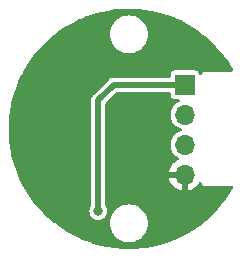
<source format=gbr>
%TF.GenerationSoftware,KiCad,Pcbnew,(6.0.0)*%
%TF.CreationDate,2022-03-17T14:10:59-06:00*%
%TF.ProjectId,sensor-co2,73656e73-6f72-42d6-936f-322e6b696361,rev?*%
%TF.SameCoordinates,Original*%
%TF.FileFunction,Copper,L2,Bot*%
%TF.FilePolarity,Positive*%
%FSLAX46Y46*%
G04 Gerber Fmt 4.6, Leading zero omitted, Abs format (unit mm)*
G04 Created by KiCad (PCBNEW (6.0.0)) date 2022-03-17 14:10:59*
%MOMM*%
%LPD*%
G01*
G04 APERTURE LIST*
%TA.AperFunction,ComponentPad*%
%ADD10R,1.700000X1.700000*%
%TD*%
%TA.AperFunction,ComponentPad*%
%ADD11O,1.700000X1.700000*%
%TD*%
%TA.AperFunction,ViaPad*%
%ADD12C,0.800000*%
%TD*%
%TA.AperFunction,Conductor*%
%ADD13C,0.500000*%
%TD*%
G04 APERTURE END LIST*
D10*
%TO.P,J2,1,Pin_1*%
%TO.N,+3V3*%
X145280000Y-82200000D03*
D11*
%TO.P,J2,2,Pin_2*%
%TO.N,/SDA*%
X145280000Y-84740000D03*
%TO.P,J2,3,Pin_3*%
%TO.N,/SCL*%
X145280000Y-87280000D03*
%TO.P,J2,4,Pin_4*%
%TO.N,GND*%
X145280000Y-89820000D03*
%TD*%
D12*
%TO.N,GND*%
X135790000Y-94300000D03*
X137960000Y-77520000D03*
X133520000Y-92460000D03*
%TO.N,+3V3*%
X137960000Y-92890000D03*
%TD*%
D13*
%TO.N,+3V3*%
X139280000Y-82200000D02*
X145280000Y-82200000D01*
X137960000Y-83520000D02*
X139280000Y-82200000D01*
X137960000Y-84550000D02*
X137960000Y-83520000D01*
X137960000Y-92890000D02*
X137960000Y-84550000D01*
%TD*%
%TA.AperFunction,Conductor*%
%TO.N,GND*%
G36*
X140655714Y-75772802D02*
G01*
X140945157Y-75785167D01*
X141278238Y-75799396D01*
X141286023Y-75799972D01*
X141487851Y-75821191D01*
X141905686Y-75865122D01*
X141913432Y-75866180D01*
X142527876Y-75969637D01*
X142535541Y-75971174D01*
X143142363Y-76112532D01*
X143149918Y-76114541D01*
X143746821Y-76293266D01*
X143754215Y-76295731D01*
X144338903Y-76511138D01*
X144346143Y-76514063D01*
X144629648Y-76638986D01*
X144916338Y-76765312D01*
X144923390Y-76768685D01*
X145476881Y-77054799D01*
X145483712Y-77058603D01*
X146018407Y-77378501D01*
X146024988Y-77382721D01*
X146538820Y-77735167D01*
X146545103Y-77739769D01*
X146850866Y-77978679D01*
X147036093Y-78123407D01*
X147042101Y-78128410D01*
X147508342Y-78541751D01*
X147514028Y-78547115D01*
X147953737Y-78988572D01*
X147959080Y-78994280D01*
X148291197Y-79371914D01*
X148370567Y-79462162D01*
X148375538Y-79468181D01*
X148609770Y-79770424D01*
X148757216Y-79960682D01*
X148761807Y-79967002D01*
X148981515Y-80290056D01*
X149112208Y-80482225D01*
X149116402Y-80488823D01*
X149360034Y-80899740D01*
X149377570Y-80968537D01*
X149355128Y-81035894D01*
X149299833Y-81080424D01*
X149251652Y-81090000D01*
X147060857Y-81090000D01*
X147049985Y-81089530D01*
X147041152Y-81088765D01*
X147012160Y-81086254D01*
X146998972Y-81089530D01*
X146973767Y-81095791D01*
X146964080Y-81097797D01*
X146957165Y-81098948D01*
X146935333Y-81102581D01*
X146935331Y-81102582D01*
X146925061Y-81104291D01*
X146915899Y-81109235D01*
X146912492Y-81110401D01*
X146909181Y-81111834D01*
X146899076Y-81114344D01*
X146865836Y-81135807D01*
X146857338Y-81140832D01*
X146831687Y-81154672D01*
X146831684Y-81154674D01*
X146822516Y-81159621D01*
X146815443Y-81167273D01*
X146812594Y-81169483D01*
X146809939Y-81171899D01*
X146801188Y-81177549D01*
X146794740Y-81185728D01*
X146776694Y-81208619D01*
X146770271Y-81216139D01*
X146743422Y-81245185D01*
X146739211Y-81254711D01*
X146737230Y-81257727D01*
X146735498Y-81260877D01*
X146729051Y-81269055D01*
X146725601Y-81278879D01*
X146725600Y-81278881D01*
X146718143Y-81300117D01*
X146676701Y-81357763D01*
X146610672Y-81383852D01*
X146541019Y-81370102D01*
X146489858Y-81320878D01*
X146474604Y-81276723D01*
X146471786Y-81257579D01*
X146471783Y-81257571D01*
X146470358Y-81247888D01*
X146439839Y-81185728D01*
X146423522Y-81152493D01*
X146423521Y-81152491D01*
X146418932Y-81143145D01*
X146361942Y-81086254D01*
X146343721Y-81068065D01*
X146343720Y-81068065D01*
X146336350Y-81060707D01*
X146231518Y-81009464D01*
X146201027Y-81005016D01*
X146167744Y-81000160D01*
X146167740Y-81000160D01*
X146163218Y-80999500D01*
X144396782Y-80999500D01*
X144392232Y-81000170D01*
X144392229Y-81000170D01*
X144337574Y-81008216D01*
X144337573Y-81008216D01*
X144327888Y-81009642D01*
X144290198Y-81028147D01*
X144232493Y-81056478D01*
X144232491Y-81056479D01*
X144223145Y-81061068D01*
X144140707Y-81143650D01*
X144136134Y-81153006D01*
X144136133Y-81153007D01*
X144127860Y-81169932D01*
X144089464Y-81248482D01*
X144079500Y-81316782D01*
X144079500Y-81473500D01*
X144059498Y-81541621D01*
X144005842Y-81588114D01*
X143953500Y-81599500D01*
X139327619Y-81599500D01*
X139311173Y-81598422D01*
X139288188Y-81595396D01*
X139280000Y-81594318D01*
X139240639Y-81599500D01*
X139123238Y-81614956D01*
X138977159Y-81675464D01*
X138851718Y-81771718D01*
X138846695Y-81778264D01*
X138832571Y-81796671D01*
X138821703Y-81809062D01*
X137569062Y-83061703D01*
X137556672Y-83072570D01*
X137531718Y-83091718D01*
X137526695Y-83098264D01*
X137492327Y-83143054D01*
X137485832Y-83151518D01*
X137435464Y-83217159D01*
X137374956Y-83363238D01*
X137354318Y-83520000D01*
X137356909Y-83539680D01*
X137358422Y-83551173D01*
X137359500Y-83567619D01*
X137359500Y-92399201D01*
X137339413Y-92467453D01*
X137283515Y-92554190D01*
X137281105Y-92560810D01*
X137281104Y-92560813D01*
X137268275Y-92596060D01*
X137225927Y-92712409D01*
X137204825Y-92879455D01*
X137205512Y-92886462D01*
X137205512Y-92886465D01*
X137208311Y-92915010D01*
X137221255Y-93047025D01*
X137274402Y-93206791D01*
X137278049Y-93212813D01*
X137278050Y-93212815D01*
X137354016Y-93338249D01*
X137361624Y-93350812D01*
X137366513Y-93355875D01*
X137366514Y-93355876D01*
X137419740Y-93410993D01*
X137478586Y-93471929D01*
X137484483Y-93475788D01*
X137613577Y-93560266D01*
X137613581Y-93560268D01*
X137619475Y-93564125D01*
X137777289Y-93622815D01*
X137784270Y-93623746D01*
X137784272Y-93623747D01*
X137829812Y-93629823D01*
X137944183Y-93645083D01*
X137951194Y-93644445D01*
X137951198Y-93644445D01*
X138104843Y-93630462D01*
X138111864Y-93629823D01*
X138118566Y-93627645D01*
X138118568Y-93627645D01*
X138265298Y-93579970D01*
X138265301Y-93579969D01*
X138271997Y-93577793D01*
X138416623Y-93491578D01*
X138421717Y-93486727D01*
X138421721Y-93486724D01*
X138533454Y-93380322D01*
X138533455Y-93380320D01*
X138538554Y-93375465D01*
X138554934Y-93350812D01*
X138627836Y-93241085D01*
X138631731Y-93235223D01*
X138691521Y-93077823D01*
X138714955Y-92911088D01*
X138715249Y-92890000D01*
X138713283Y-92872468D01*
X138697266Y-92729672D01*
X138697265Y-92729669D01*
X138696481Y-92722676D01*
X138641108Y-92563668D01*
X138579646Y-92465308D01*
X138560500Y-92398538D01*
X138560500Y-90087966D01*
X143948257Y-90087966D01*
X143978565Y-90222446D01*
X143981645Y-90232275D01*
X144061770Y-90429603D01*
X144066413Y-90438794D01*
X144177694Y-90620388D01*
X144183777Y-90628699D01*
X144323213Y-90789667D01*
X144330580Y-90796883D01*
X144494434Y-90932916D01*
X144502881Y-90938831D01*
X144686756Y-91046279D01*
X144696042Y-91050729D01*
X144895001Y-91126703D01*
X144904899Y-91129579D01*
X145008250Y-91150606D01*
X145022299Y-91149410D01*
X145026000Y-91139065D01*
X145026000Y-90092115D01*
X145021525Y-90076876D01*
X145020135Y-90075671D01*
X145012452Y-90074000D01*
X143963225Y-90074000D01*
X143949694Y-90077973D01*
X143948257Y-90087966D01*
X138560500Y-90087966D01*
X138560500Y-83820925D01*
X138580502Y-83752804D01*
X138597405Y-83731830D01*
X139491830Y-82837405D01*
X139554142Y-82803379D01*
X139580925Y-82800500D01*
X143953500Y-82800500D01*
X144021621Y-82820502D01*
X144068114Y-82874158D01*
X144079500Y-82926500D01*
X144079500Y-83083218D01*
X144089642Y-83152112D01*
X144141068Y-83256855D01*
X144223650Y-83339293D01*
X144328482Y-83390536D01*
X144358973Y-83394984D01*
X144392256Y-83399840D01*
X144392260Y-83399840D01*
X144396782Y-83400500D01*
X144736570Y-83400500D01*
X144804691Y-83420502D01*
X144851184Y-83474158D01*
X144861288Y-83544432D01*
X144831794Y-83609012D01*
X144780180Y-83644712D01*
X144771382Y-83647958D01*
X144760957Y-83651804D01*
X144755996Y-83654756D01*
X144755995Y-83654756D01*
X144591441Y-83752656D01*
X144571341Y-83764614D01*
X144405457Y-83910090D01*
X144268863Y-84083360D01*
X144166131Y-84278620D01*
X144100703Y-84489333D01*
X144074770Y-84708440D01*
X144089200Y-84928604D01*
X144090621Y-84934200D01*
X144090622Y-84934205D01*
X144118500Y-85043971D01*
X144143511Y-85142452D01*
X144145928Y-85147694D01*
X144145928Y-85147695D01*
X144184046Y-85230379D01*
X144235883Y-85342821D01*
X144363222Y-85523002D01*
X144521264Y-85676961D01*
X144526060Y-85680166D01*
X144526063Y-85680168D01*
X144610261Y-85736427D01*
X144704717Y-85799540D01*
X144710020Y-85801818D01*
X144710023Y-85801820D01*
X144902129Y-85884355D01*
X144907436Y-85886635D01*
X144913071Y-85887910D01*
X144913074Y-85887911D01*
X144914484Y-85888230D01*
X144915083Y-85888564D01*
X144918562Y-85889694D01*
X144918340Y-85890377D01*
X144976511Y-85922772D01*
X145010016Y-85985366D01*
X145004362Y-86056137D01*
X144961344Y-86112616D01*
X144930287Y-86129335D01*
X144766376Y-86189804D01*
X144766368Y-86189808D01*
X144760957Y-86191804D01*
X144755996Y-86194756D01*
X144755995Y-86194756D01*
X144647403Y-86259362D01*
X144571341Y-86304614D01*
X144405457Y-86450090D01*
X144268863Y-86623360D01*
X144166131Y-86818620D01*
X144100703Y-87029333D01*
X144074770Y-87248440D01*
X144089200Y-87468604D01*
X144090621Y-87474200D01*
X144090622Y-87474205D01*
X144118500Y-87583971D01*
X144143511Y-87682452D01*
X144145928Y-87687694D01*
X144145928Y-87687695D01*
X144184046Y-87770379D01*
X144235883Y-87882821D01*
X144363222Y-88063002D01*
X144521264Y-88216961D01*
X144526060Y-88220166D01*
X144526063Y-88220168D01*
X144610258Y-88276425D01*
X144704717Y-88339540D01*
X144710020Y-88341818D01*
X144710023Y-88341820D01*
X144722546Y-88347200D01*
X144777239Y-88392469D01*
X144798776Y-88460120D01*
X144780319Y-88528675D01*
X144730988Y-88574731D01*
X144558463Y-88664542D01*
X144549738Y-88670036D01*
X144379433Y-88797905D01*
X144371726Y-88804748D01*
X144224590Y-88958717D01*
X144218104Y-88966727D01*
X144098098Y-89142649D01*
X144093000Y-89151623D01*
X144003338Y-89344783D01*
X143999775Y-89354470D01*
X143944389Y-89554183D01*
X143945912Y-89562607D01*
X143958292Y-89566000D01*
X145408000Y-89566000D01*
X145476121Y-89586002D01*
X145522614Y-89639658D01*
X145534000Y-89692000D01*
X145534000Y-91138517D01*
X145538064Y-91152359D01*
X145551478Y-91154393D01*
X145558184Y-91153534D01*
X145568262Y-91151392D01*
X145772255Y-91090191D01*
X145781842Y-91086433D01*
X145973095Y-90992739D01*
X145981945Y-90987464D01*
X146155328Y-90863792D01*
X146163200Y-90857139D01*
X146314052Y-90706812D01*
X146320730Y-90698965D01*
X146445003Y-90526020D01*
X146450310Y-90517189D01*
X146462502Y-90492519D01*
X146510615Y-90440312D01*
X146579316Y-90422404D01*
X146646793Y-90444482D01*
X146691622Y-90499535D01*
X146699750Y-90527657D01*
X146704291Y-90554939D01*
X146709235Y-90564101D01*
X146710401Y-90567508D01*
X146711834Y-90570819D01*
X146714344Y-90580924D01*
X146735807Y-90614164D01*
X146740832Y-90622662D01*
X146754672Y-90648313D01*
X146754674Y-90648316D01*
X146759621Y-90657484D01*
X146767273Y-90664557D01*
X146769483Y-90667406D01*
X146771899Y-90670061D01*
X146777549Y-90678812D01*
X146785728Y-90685260D01*
X146808619Y-90703306D01*
X146816139Y-90709729D01*
X146845185Y-90736578D01*
X146854711Y-90740789D01*
X146857727Y-90742770D01*
X146860877Y-90744501D01*
X146869055Y-90750949D01*
X146878882Y-90754400D01*
X146906387Y-90764059D01*
X146915573Y-90767696D01*
X146951755Y-90783692D01*
X146962132Y-90784591D01*
X146966985Y-90785837D01*
X146968330Y-90786245D01*
X146971519Y-90786932D01*
X146978993Y-90789556D01*
X146984119Y-90790000D01*
X147019143Y-90790000D01*
X147030014Y-90790470D01*
X147067840Y-90793746D01*
X147077950Y-90791235D01*
X147088329Y-90790418D01*
X147088392Y-90791214D01*
X147098335Y-90790000D01*
X149251652Y-90790000D01*
X149319773Y-90810002D01*
X149366266Y-90863658D01*
X149376370Y-90933932D01*
X149360034Y-90980260D01*
X149116402Y-91391177D01*
X149112210Y-91397773D01*
X148977096Y-91596442D01*
X148761811Y-91912993D01*
X148757220Y-91919313D01*
X148385317Y-92399201D01*
X148375545Y-92411810D01*
X148370574Y-92417829D01*
X148117326Y-92705786D01*
X147959080Y-92885720D01*
X147953737Y-92891428D01*
X147514028Y-93332885D01*
X147508342Y-93338249D01*
X147042101Y-93751590D01*
X147036095Y-93756592D01*
X146545103Y-94140231D01*
X146538820Y-94144833D01*
X146337789Y-94282724D01*
X146024988Y-94497279D01*
X146018407Y-94501499D01*
X145483712Y-94821397D01*
X145476881Y-94825201D01*
X144923390Y-95111315D01*
X144916338Y-95114688D01*
X144432781Y-95327761D01*
X144346147Y-95365935D01*
X144338903Y-95368862D01*
X143754215Y-95584269D01*
X143746821Y-95586734D01*
X143149919Y-95765459D01*
X143142363Y-95767468D01*
X142535541Y-95908826D01*
X142527876Y-95910363D01*
X141913432Y-96013820D01*
X141905686Y-96014878D01*
X141487851Y-96058809D01*
X141286023Y-96080028D01*
X141278238Y-96080604D01*
X141000706Y-96092460D01*
X140655714Y-96107198D01*
X140647897Y-96107289D01*
X140057530Y-96095857D01*
X140024951Y-96095226D01*
X140017142Y-96094833D01*
X139396100Y-96044156D01*
X139388332Y-96043278D01*
X138771672Y-95954190D01*
X138763973Y-95952833D01*
X138153995Y-95825666D01*
X138146422Y-95823840D01*
X137545488Y-95659085D01*
X137538035Y-95656791D01*
X137211138Y-95544948D01*
X136948495Y-95455089D01*
X136941181Y-95452330D01*
X136429581Y-95241014D01*
X136365274Y-95214452D01*
X136358165Y-95211253D01*
X135798140Y-94938126D01*
X135791223Y-94934483D01*
X135329812Y-94672851D01*
X135249211Y-94627148D01*
X135242536Y-94623085D01*
X135212840Y-94603719D01*
X134720610Y-94282716D01*
X134714221Y-94278260D01*
X134259841Y-93940000D01*
X138935052Y-93940000D01*
X138954812Y-94191069D01*
X138955966Y-94195876D01*
X138955967Y-94195882D01*
X138993230Y-94351093D01*
X139013604Y-94435956D01*
X139015497Y-94440527D01*
X139015498Y-94440529D01*
X139091999Y-94625218D01*
X139109981Y-94668631D01*
X139241570Y-94883365D01*
X139405130Y-95074870D01*
X139596635Y-95238430D01*
X139600852Y-95241014D01*
X139804705Y-95365935D01*
X139811369Y-95370019D01*
X139815939Y-95371912D01*
X139815943Y-95371914D01*
X140013690Y-95453823D01*
X140044044Y-95466396D01*
X140128907Y-95486770D01*
X140284118Y-95524033D01*
X140284124Y-95524034D01*
X140288931Y-95525188D01*
X140540000Y-95544948D01*
X140791069Y-95525188D01*
X140795876Y-95524034D01*
X140795882Y-95524033D01*
X140951093Y-95486770D01*
X141035956Y-95466396D01*
X141066310Y-95453823D01*
X141264057Y-95371914D01*
X141264061Y-95371912D01*
X141268631Y-95370019D01*
X141275296Y-95365935D01*
X141479148Y-95241014D01*
X141483365Y-95238430D01*
X141674870Y-95074870D01*
X141838430Y-94883365D01*
X141970019Y-94668631D01*
X141988002Y-94625218D01*
X142064502Y-94440529D01*
X142064503Y-94440527D01*
X142066396Y-94435956D01*
X142086770Y-94351093D01*
X142124033Y-94195882D01*
X142124034Y-94195876D01*
X142125188Y-94191069D01*
X142144948Y-93940000D01*
X142125188Y-93688931D01*
X142114438Y-93644151D01*
X142078673Y-93495182D01*
X142066396Y-93444044D01*
X142037990Y-93375465D01*
X141971914Y-93215943D01*
X141971912Y-93215939D01*
X141970019Y-93211369D01*
X141838430Y-92996635D01*
X141674870Y-92805130D01*
X141483365Y-92641570D01*
X141268631Y-92509981D01*
X141264061Y-92508088D01*
X141264057Y-92508086D01*
X141040529Y-92415498D01*
X141040527Y-92415497D01*
X141035956Y-92413604D01*
X140951093Y-92393230D01*
X140795882Y-92355967D01*
X140795876Y-92355966D01*
X140791069Y-92354812D01*
X140540000Y-92335052D01*
X140288931Y-92354812D01*
X140284124Y-92355966D01*
X140284118Y-92355967D01*
X140128907Y-92393230D01*
X140044044Y-92413604D01*
X140039473Y-92415497D01*
X140039471Y-92415498D01*
X139815943Y-92508086D01*
X139815939Y-92508088D01*
X139811369Y-92509981D01*
X139596635Y-92641570D01*
X139405130Y-92805130D01*
X139241570Y-92996635D01*
X139109981Y-93211369D01*
X139108088Y-93215939D01*
X139108086Y-93215943D01*
X139042010Y-93375465D01*
X139013604Y-93444044D01*
X139001327Y-93495182D01*
X138965563Y-93644151D01*
X138954812Y-93688931D01*
X138935052Y-93940000D01*
X134259841Y-93940000D01*
X134214414Y-93906182D01*
X134208291Y-93901321D01*
X133732540Y-93498978D01*
X133726730Y-93493747D01*
X133436804Y-93215943D01*
X133276841Y-93062668D01*
X133271373Y-93057094D01*
X133262093Y-93047025D01*
X132849066Y-92598923D01*
X132843949Y-92593012D01*
X132450905Y-92109576D01*
X132446163Y-92103360D01*
X132083830Y-91596442D01*
X132079484Y-91589944D01*
X131959401Y-91397775D01*
X131749306Y-91061562D01*
X131745370Y-91054807D01*
X131679340Y-90932916D01*
X131448569Y-90506915D01*
X131445066Y-90499937D01*
X131444880Y-90499535D01*
X131182842Y-89934748D01*
X131179773Y-89927558D01*
X131151378Y-89854854D01*
X130953088Y-89347152D01*
X130950483Y-89339818D01*
X130760228Y-88746463D01*
X130758076Y-88738960D01*
X130745217Y-88688222D01*
X130604991Y-88134968D01*
X130603308Y-88127344D01*
X130557252Y-87882821D01*
X130487977Y-87515030D01*
X130486769Y-87507306D01*
X130409632Y-86889008D01*
X130408906Y-86881224D01*
X130370265Y-86259362D01*
X130370022Y-86251548D01*
X130370022Y-85628452D01*
X130370265Y-85620638D01*
X130408906Y-84998776D01*
X130409632Y-84990992D01*
X130486769Y-84372694D01*
X130487977Y-84364970D01*
X130557891Y-83993785D01*
X130603310Y-83752645D01*
X130604993Y-83745021D01*
X130758079Y-83141028D01*
X130760231Y-83133525D01*
X130950483Y-82540182D01*
X130953088Y-82532848D01*
X131179773Y-81952442D01*
X131182842Y-81945252D01*
X131268655Y-81760293D01*
X131445071Y-81380053D01*
X131448574Y-81373076D01*
X131452546Y-81365745D01*
X131745370Y-80825193D01*
X131749306Y-80818438D01*
X131818721Y-80707353D01*
X132079486Y-80290053D01*
X132083830Y-80283558D01*
X132446163Y-79776640D01*
X132450905Y-79770424D01*
X132843949Y-79286988D01*
X132849066Y-79281077D01*
X133039132Y-79074870D01*
X133271380Y-78822899D01*
X133276848Y-78817325D01*
X133432031Y-78668631D01*
X133726730Y-78386253D01*
X133732540Y-78381022D01*
X134208291Y-77978679D01*
X134214414Y-77973818D01*
X134259841Y-77940000D01*
X138935052Y-77940000D01*
X138954812Y-78191069D01*
X138955966Y-78195876D01*
X138955967Y-78195882D01*
X138993230Y-78351093D01*
X139013604Y-78435956D01*
X139015497Y-78440527D01*
X139015498Y-78440529D01*
X139085211Y-78608830D01*
X139109981Y-78668631D01*
X139241570Y-78883365D01*
X139405130Y-79074870D01*
X139596635Y-79238430D01*
X139811369Y-79370019D01*
X139815939Y-79371912D01*
X139815943Y-79371914D01*
X140033822Y-79462162D01*
X140044044Y-79466396D01*
X140128907Y-79486770D01*
X140284118Y-79524033D01*
X140284124Y-79524034D01*
X140288931Y-79525188D01*
X140540000Y-79544948D01*
X140791069Y-79525188D01*
X140795876Y-79524034D01*
X140795882Y-79524033D01*
X140951093Y-79486770D01*
X141035956Y-79466396D01*
X141046178Y-79462162D01*
X141264057Y-79371914D01*
X141264061Y-79371912D01*
X141268631Y-79370019D01*
X141483365Y-79238430D01*
X141674870Y-79074870D01*
X141838430Y-78883365D01*
X141970019Y-78668631D01*
X141994790Y-78608830D01*
X142064502Y-78440529D01*
X142064503Y-78440527D01*
X142066396Y-78435956D01*
X142086770Y-78351093D01*
X142124033Y-78195882D01*
X142124034Y-78195876D01*
X142125188Y-78191069D01*
X142144948Y-77940000D01*
X142125188Y-77688931D01*
X142104258Y-77601748D01*
X142067551Y-77448856D01*
X142066396Y-77444044D01*
X142039247Y-77378501D01*
X141971914Y-77215943D01*
X141971912Y-77215939D01*
X141970019Y-77211369D01*
X141838430Y-76996635D01*
X141674870Y-76805130D01*
X141483365Y-76641570D01*
X141289984Y-76523066D01*
X141272851Y-76512567D01*
X141268631Y-76509981D01*
X141264061Y-76508088D01*
X141264057Y-76508086D01*
X141040529Y-76415498D01*
X141040527Y-76415497D01*
X141035956Y-76413604D01*
X140951093Y-76393230D01*
X140795882Y-76355967D01*
X140795876Y-76355966D01*
X140791069Y-76354812D01*
X140540000Y-76335052D01*
X140288931Y-76354812D01*
X140284124Y-76355966D01*
X140284118Y-76355967D01*
X140128907Y-76393230D01*
X140044044Y-76413604D01*
X140039473Y-76415497D01*
X140039471Y-76415498D01*
X139815943Y-76508086D01*
X139815939Y-76508088D01*
X139811369Y-76509981D01*
X139807149Y-76512567D01*
X139790016Y-76523066D01*
X139596635Y-76641570D01*
X139405130Y-76805130D01*
X139241570Y-76996635D01*
X139109981Y-77211369D01*
X139108088Y-77215939D01*
X139108086Y-77215943D01*
X139040753Y-77378501D01*
X139013604Y-77444044D01*
X139012449Y-77448856D01*
X138975743Y-77601748D01*
X138954812Y-77688931D01*
X138935052Y-77940000D01*
X134259841Y-77940000D01*
X134405280Y-77831729D01*
X134714221Y-77601740D01*
X134720610Y-77597284D01*
X135242540Y-77256913D01*
X135249214Y-77252850D01*
X135322370Y-77211369D01*
X135447677Y-77140316D01*
X135791223Y-76945517D01*
X135798140Y-76941874D01*
X136085110Y-76801917D01*
X136358165Y-76668747D01*
X136365279Y-76665546D01*
X136415540Y-76644786D01*
X136639597Y-76552239D01*
X136941181Y-76427670D01*
X136948495Y-76424911D01*
X137333283Y-76293262D01*
X137538035Y-76223209D01*
X137545488Y-76220915D01*
X138146422Y-76056160D01*
X138153995Y-76054334D01*
X138763973Y-75927167D01*
X138771672Y-75925810D01*
X139388332Y-75836722D01*
X139396100Y-75835844D01*
X140017142Y-75785167D01*
X140024951Y-75784774D01*
X140057530Y-75784143D01*
X140647897Y-75772711D01*
X140655714Y-75772802D01*
G37*
%TD.AperFunction*%
%TD*%
M02*

</source>
